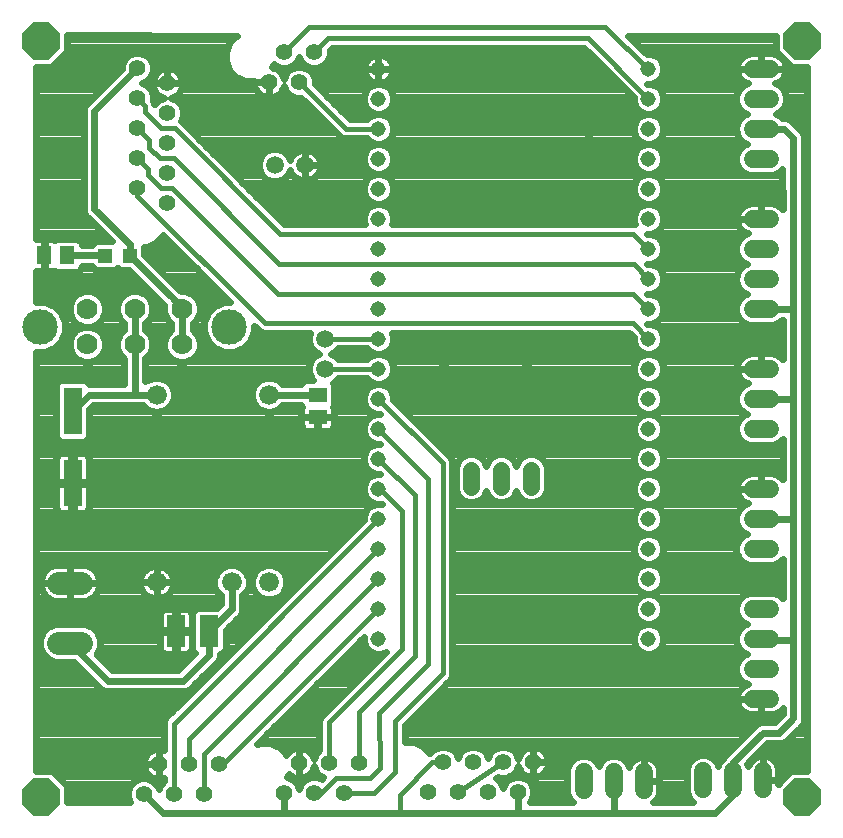
<source format=gtl>
G75*
G70*
%OFA0B0*%
%FSLAX24Y24*%
%IPPOS*%
%LPD*%
%AMOC8*
5,1,8,0,0,1.08239X$1,22.5*
%
%ADD10C,0.0515*%
%ADD11C,0.0660*%
%ADD12R,0.0630X0.0512*%
%ADD13R,0.0630X0.1063*%
%ADD14R,0.0630X0.1575*%
%ADD15C,0.0768*%
%ADD16C,0.0594*%
%ADD17R,0.0472X0.0472*%
%ADD18R,0.0512X0.0630*%
%ADD19C,0.0560*%
%ADD20C,0.0560*%
%ADD21C,0.0700*%
%ADD22C,0.1181*%
%ADD23C,0.0591*%
%ADD24C,0.0160*%
%ADD25C,0.0240*%
%ADD26C,0.0396*%
%ADD27OC8,0.1266*%
D10*
X019065Y011228D03*
X019065Y012228D03*
X019065Y013228D03*
X019065Y014228D03*
X019065Y015228D03*
X019065Y016228D03*
X019065Y017228D03*
X019065Y018228D03*
X019065Y019228D03*
X019065Y020228D03*
X019065Y021228D03*
X019065Y022228D03*
X019065Y023228D03*
X019065Y024228D03*
X019065Y025228D03*
X019065Y026228D03*
X019065Y027228D03*
X019065Y028228D03*
X019065Y029228D03*
X019065Y030228D03*
X028065Y030228D03*
X028065Y029228D03*
X028065Y028228D03*
X028065Y027228D03*
X028065Y026228D03*
X028065Y025228D03*
X028065Y024228D03*
X028065Y023228D03*
X028065Y022228D03*
X028065Y021228D03*
X028065Y020228D03*
X028065Y019228D03*
X028065Y018228D03*
X028065Y017228D03*
X028065Y016228D03*
X028065Y015228D03*
X028065Y014228D03*
X028065Y013228D03*
X028065Y012228D03*
X028065Y011228D03*
D11*
X015419Y013117D03*
X014167Y013117D03*
X011667Y013117D03*
X011667Y019369D03*
X015415Y019369D03*
D12*
X017034Y019365D03*
X017034Y018617D03*
D13*
X013414Y011482D03*
X012311Y011482D03*
D14*
X008868Y016425D03*
X008868Y018826D03*
D15*
X009166Y013092D02*
X008398Y013092D01*
X008398Y011092D02*
X009166Y011092D01*
D16*
X025900Y006785D02*
X025900Y006191D01*
X026900Y006191D02*
X026900Y006785D01*
X027900Y006785D02*
X027900Y006191D01*
X029880Y006214D02*
X029880Y006807D01*
X030880Y006807D02*
X030880Y006214D01*
X031880Y006214D02*
X031880Y006807D01*
X032127Y009228D02*
X031534Y009228D01*
X031534Y010228D02*
X032127Y010228D01*
X032127Y011228D02*
X031534Y011228D01*
X031534Y012228D02*
X032127Y012228D01*
X032127Y014228D02*
X031534Y014228D01*
X031534Y015228D02*
X032127Y015228D01*
X032127Y016228D02*
X031534Y016228D01*
X031534Y018228D02*
X032127Y018228D01*
X032127Y019228D02*
X031534Y019228D01*
X031534Y020228D02*
X032127Y020228D01*
X032127Y022228D02*
X031534Y022228D01*
X031534Y023228D02*
X032127Y023228D01*
X032127Y024228D02*
X031534Y024228D01*
X031534Y025228D02*
X032127Y025228D01*
X032127Y027228D02*
X031534Y027228D01*
X031534Y028228D02*
X032127Y028228D01*
X032127Y029228D02*
X031534Y029228D01*
X031534Y030228D02*
X032127Y030228D01*
D17*
X010786Y023998D03*
X009959Y023998D03*
D18*
X008680Y024006D03*
X007932Y024006D03*
D19*
X022160Y016853D02*
X022160Y016293D01*
X023160Y016293D02*
X023160Y016853D01*
X024160Y016853D02*
X024160Y016293D01*
D20*
X024213Y007118D03*
X023213Y007118D03*
X022213Y007118D03*
X021213Y007118D03*
X021713Y006118D03*
X022713Y006118D03*
X023713Y006118D03*
X020713Y006118D03*
X018416Y007090D03*
X017416Y007090D03*
X016416Y007090D03*
X016916Y006090D03*
X017916Y006090D03*
X015916Y006090D03*
X013734Y007059D03*
X012734Y007059D03*
X011734Y007059D03*
X011234Y006059D03*
X012234Y006059D03*
X013234Y006059D03*
X012030Y025745D03*
X012030Y026745D03*
X011030Y026245D03*
X011030Y027245D03*
X011030Y028245D03*
X011030Y029245D03*
X011030Y030245D03*
X012030Y029745D03*
X012030Y028745D03*
X012030Y027745D03*
X015420Y029780D03*
X016420Y029780D03*
X015920Y030780D03*
X016920Y030780D03*
D21*
X012512Y022223D03*
X012512Y021042D03*
X010937Y021042D03*
X010937Y022223D03*
X009362Y022223D03*
X009362Y021042D03*
D22*
X007787Y021632D03*
X014087Y021632D03*
D23*
X017283Y021224D03*
X017283Y020224D03*
X016602Y027019D03*
X015602Y027019D03*
D24*
X015770Y024737D02*
X012268Y028239D01*
X011824Y028239D01*
X011281Y028782D01*
X011281Y028995D01*
X011030Y029245D01*
X011030Y028245D02*
X011432Y027843D01*
X011432Y027588D01*
X011774Y027246D01*
X012235Y027246D01*
X015754Y023727D01*
X027567Y023727D01*
X028065Y023228D01*
X027560Y022733D02*
X015705Y022733D01*
X012194Y026244D01*
X011811Y026244D01*
X011372Y026684D01*
X011372Y026904D01*
X011030Y027245D01*
X011030Y026245D02*
X011030Y025996D01*
X015285Y021742D01*
X027551Y021742D01*
X028065Y021228D01*
X028065Y022228D02*
X027560Y022733D01*
X028065Y024228D02*
X027556Y024737D01*
X015770Y024737D01*
X017287Y021228D02*
X017283Y021224D01*
X017287Y021228D02*
X019065Y021228D01*
X019065Y020228D02*
X019061Y020224D01*
X017283Y020224D01*
X019065Y019228D02*
X021213Y017080D01*
X021213Y010072D01*
X019620Y008479D01*
X019620Y006780D01*
X018930Y006090D01*
X017916Y006090D01*
X017648Y006578D02*
X018771Y006578D01*
X019105Y006912D01*
X019099Y008759D01*
X020718Y010379D01*
X020726Y016565D01*
X020726Y016567D01*
X019065Y018228D01*
X019065Y017228D02*
X020271Y016023D01*
X020271Y010656D01*
X018416Y008802D01*
X018416Y007090D01*
X017648Y006578D02*
X017160Y006090D01*
X016916Y006090D01*
X017416Y007090D02*
X017416Y008446D01*
X019843Y010874D01*
X019843Y015499D01*
X019114Y016228D01*
X019065Y016228D01*
X019065Y015228D02*
X012234Y008397D01*
X012234Y006059D01*
X013234Y006059D02*
X013234Y007397D01*
X019065Y013228D01*
X019065Y014228D02*
X012734Y007897D01*
X012734Y007059D01*
X013734Y007059D02*
X013896Y007059D01*
X019065Y012228D01*
X020863Y007118D02*
X019781Y006035D01*
X019781Y005487D01*
X019715Y005421D01*
X020863Y007118D02*
X021213Y007118D01*
X021713Y006118D02*
X023213Y007118D01*
X019065Y028228D02*
X017973Y028228D01*
X016420Y029780D01*
X015920Y030780D02*
X016762Y031626D01*
X026616Y031626D01*
X028065Y030228D01*
X028065Y029228D02*
X026047Y031246D01*
X017386Y031246D01*
X016920Y030780D01*
D25*
X016420Y030634D02*
X016481Y030487D01*
X016627Y030341D01*
X016817Y030262D01*
X017023Y030262D01*
X017214Y030341D01*
X017360Y030487D01*
X017438Y030677D01*
X017438Y030849D01*
X017518Y030928D01*
X025915Y030928D01*
X027570Y029274D01*
X027570Y029129D01*
X027645Y028947D01*
X027785Y028808D01*
X027967Y028732D01*
X028164Y028732D01*
X028346Y028808D01*
X028486Y028947D01*
X028561Y029129D01*
X028561Y029327D01*
X028486Y029509D01*
X028346Y029648D01*
X028164Y029724D01*
X028020Y029724D01*
X028011Y029732D01*
X028164Y029732D01*
X028346Y029808D01*
X028486Y029947D01*
X028561Y030129D01*
X028561Y030327D01*
X028486Y030509D01*
X028346Y030648D01*
X028164Y030724D01*
X028010Y030724D01*
X027379Y031333D01*
X032312Y031331D01*
X032312Y030806D01*
X032823Y030296D01*
X033343Y030296D01*
X033342Y006809D01*
X032825Y006809D01*
X032397Y006381D01*
X032397Y006510D01*
X031880Y006510D01*
X031880Y006510D01*
X031880Y007324D01*
X031840Y007324D01*
X031759Y007311D01*
X031682Y007286D01*
X031609Y007249D01*
X031544Y007202D01*
X031486Y007144D01*
X031438Y007078D01*
X031401Y007006D01*
X031391Y006973D01*
X031351Y007069D01*
X032021Y007739D01*
X032496Y007739D01*
X032628Y007793D01*
X033102Y008268D01*
X033203Y008368D01*
X033257Y008500D01*
X033257Y022073D01*
X033258Y022073D01*
X033257Y022144D01*
X033257Y022215D01*
X033246Y027925D01*
X033246Y027996D01*
X033245Y027996D01*
X033245Y027996D01*
X033218Y028062D01*
X033191Y028127D01*
X033191Y028128D01*
X033140Y028178D01*
X032888Y028431D01*
X032787Y028532D01*
X032655Y028586D01*
X032526Y028586D01*
X032430Y028681D01*
X032318Y028728D01*
X032430Y028774D01*
X032581Y028925D01*
X032662Y029122D01*
X032662Y029334D01*
X032581Y029531D01*
X032430Y029681D01*
X032293Y029738D01*
X032326Y029749D01*
X032398Y029786D01*
X032464Y029834D01*
X032521Y029891D01*
X032569Y029957D01*
X032606Y030030D01*
X032631Y030107D01*
X032644Y030187D01*
X032644Y030228D01*
X032644Y030269D01*
X032631Y030349D01*
X032606Y030426D01*
X032569Y030499D01*
X032521Y030565D01*
X032464Y030622D01*
X032398Y030670D01*
X032326Y030707D01*
X032248Y030732D01*
X032168Y030745D01*
X031830Y030745D01*
X031493Y030745D01*
X031413Y030732D01*
X031335Y030707D01*
X031263Y030670D01*
X031197Y030622D01*
X031139Y030565D01*
X031091Y030499D01*
X031055Y030426D01*
X031029Y030349D01*
X031017Y030269D01*
X031017Y030228D01*
X031830Y030228D01*
X031830Y030228D01*
X031017Y030228D01*
X031017Y030187D01*
X031029Y030107D01*
X031055Y030030D01*
X031091Y029957D01*
X031139Y029891D01*
X031197Y029834D01*
X031263Y029786D01*
X031335Y029749D01*
X031368Y029738D01*
X031230Y029681D01*
X031080Y029531D01*
X030999Y029334D01*
X030999Y029122D01*
X031080Y028925D01*
X031230Y028774D01*
X031343Y028728D01*
X031230Y028681D01*
X031080Y028531D01*
X030999Y028334D01*
X030999Y028122D01*
X031080Y027925D01*
X031230Y027774D01*
X031343Y027728D01*
X031230Y027681D01*
X031080Y027531D01*
X030999Y027334D01*
X030999Y027122D01*
X031080Y026925D01*
X031230Y026774D01*
X031427Y026693D01*
X032234Y026693D01*
X032430Y026774D01*
X032531Y026876D01*
X032534Y025547D01*
X032521Y025565D01*
X032464Y025622D01*
X032398Y025670D01*
X032326Y025707D01*
X032248Y025732D01*
X032168Y025745D01*
X031830Y025745D01*
X031493Y025745D01*
X031413Y025732D01*
X031335Y025707D01*
X031263Y025670D01*
X031197Y025622D01*
X031139Y025565D01*
X031091Y025499D01*
X031055Y025426D01*
X031029Y025349D01*
X031017Y025269D01*
X031017Y025228D01*
X031830Y025228D01*
X031830Y025228D01*
X031017Y025228D01*
X031017Y025187D01*
X031029Y025107D01*
X031055Y025030D01*
X031091Y024957D01*
X031139Y024891D01*
X031197Y024834D01*
X031263Y024786D01*
X031335Y024749D01*
X031368Y024738D01*
X031230Y024681D01*
X031080Y024531D01*
X030999Y024334D01*
X030999Y024122D01*
X031080Y023925D01*
X031230Y023774D01*
X031343Y023728D01*
X031230Y023681D01*
X031080Y023531D01*
X030999Y023334D01*
X030999Y023122D01*
X031080Y022925D01*
X031230Y022774D01*
X031343Y022728D01*
X031230Y022681D01*
X031080Y022531D01*
X030999Y022334D01*
X030999Y022122D01*
X031080Y021925D01*
X031230Y021774D01*
X031427Y021693D01*
X032234Y021693D01*
X032430Y021774D01*
X032526Y021870D01*
X032541Y021870D01*
X032541Y020538D01*
X032521Y020565D01*
X032464Y020622D01*
X032398Y020670D01*
X032326Y020707D01*
X032248Y020732D01*
X032168Y020745D01*
X031830Y020745D01*
X031493Y020745D01*
X031413Y020732D01*
X031335Y020707D01*
X031263Y020670D01*
X031197Y020622D01*
X031139Y020565D01*
X031091Y020499D01*
X031055Y020426D01*
X031029Y020349D01*
X031017Y020269D01*
X031017Y020228D01*
X031830Y020228D01*
X031830Y020228D01*
X031017Y020228D01*
X031017Y020187D01*
X031029Y020107D01*
X031055Y020030D01*
X031091Y019957D01*
X031139Y019891D01*
X031197Y019834D01*
X031263Y019786D01*
X031335Y019749D01*
X031368Y019738D01*
X031230Y019681D01*
X031080Y019531D01*
X030999Y019334D01*
X030999Y019122D01*
X031080Y018925D01*
X031230Y018774D01*
X031343Y018728D01*
X031230Y018681D01*
X031080Y018531D01*
X030999Y018334D01*
X030999Y018122D01*
X031080Y017925D01*
X031230Y017774D01*
X031427Y017693D01*
X032234Y017693D01*
X032430Y017774D01*
X032541Y017885D01*
X032541Y016538D01*
X032521Y016565D01*
X032464Y016622D01*
X032398Y016670D01*
X032326Y016707D01*
X032248Y016732D01*
X032168Y016745D01*
X031830Y016745D01*
X031493Y016745D01*
X031413Y016732D01*
X031335Y016707D01*
X031263Y016670D01*
X031197Y016622D01*
X031139Y016565D01*
X031091Y016499D01*
X031055Y016426D01*
X031029Y016349D01*
X031017Y016269D01*
X031017Y016228D01*
X031830Y016228D01*
X031830Y016228D01*
X031017Y016228D01*
X031017Y016187D01*
X031029Y016107D01*
X031055Y016030D01*
X031091Y015957D01*
X031139Y015891D01*
X031197Y015834D01*
X031263Y015786D01*
X031335Y015749D01*
X031368Y015738D01*
X031230Y015681D01*
X031080Y015531D01*
X030999Y015334D01*
X030999Y015122D01*
X031080Y014925D01*
X031230Y014774D01*
X031343Y014728D01*
X031230Y014681D01*
X031080Y014531D01*
X030999Y014334D01*
X030999Y014122D01*
X031080Y013925D01*
X031230Y013774D01*
X031427Y013693D01*
X032234Y013693D01*
X032430Y013774D01*
X032541Y013885D01*
X032541Y012571D01*
X032430Y012681D01*
X032234Y012763D01*
X031427Y012763D01*
X031230Y012681D01*
X031080Y012531D01*
X030999Y012334D01*
X030999Y012122D01*
X031080Y011925D01*
X031230Y011774D01*
X031343Y011728D01*
X031230Y011681D01*
X031080Y011531D01*
X030999Y011334D01*
X030999Y011122D01*
X031080Y010925D01*
X031230Y010774D01*
X031343Y010728D01*
X031230Y010681D01*
X031080Y010531D01*
X030999Y010334D01*
X030999Y010122D01*
X031080Y009925D01*
X031230Y009774D01*
X031368Y009718D01*
X031335Y009707D01*
X031263Y009670D01*
X031197Y009622D01*
X031139Y009565D01*
X031091Y009499D01*
X031055Y009426D01*
X031029Y009349D01*
X031017Y009269D01*
X031017Y009228D01*
X031830Y009228D01*
X031830Y009228D01*
X031017Y009228D01*
X031017Y009187D01*
X031029Y009107D01*
X031055Y009030D01*
X031091Y008957D01*
X031139Y008891D01*
X031197Y008834D01*
X031263Y008786D01*
X031335Y008749D01*
X031413Y008724D01*
X031493Y008711D01*
X031830Y008711D01*
X031830Y009228D01*
X031830Y009228D01*
X031830Y008711D01*
X032168Y008711D01*
X032248Y008724D01*
X032326Y008749D01*
X032398Y008786D01*
X032464Y008834D01*
X032521Y008891D01*
X032541Y008918D01*
X032541Y008720D01*
X032277Y008455D01*
X031801Y008455D01*
X031670Y008400D01*
X031569Y008300D01*
X030577Y007308D01*
X030543Y007227D01*
X030427Y007110D01*
X030380Y006998D01*
X030334Y007110D01*
X030183Y007261D01*
X029987Y007342D01*
X029774Y007342D01*
X029577Y007261D01*
X029427Y007110D01*
X029345Y006914D01*
X029345Y006107D01*
X029427Y005911D01*
X029554Y005783D01*
X028220Y005785D01*
X028237Y005797D01*
X028295Y005854D01*
X028342Y005920D01*
X028379Y005993D01*
X028405Y006070D01*
X028417Y006150D01*
X028417Y006488D01*
X028417Y006825D01*
X028405Y006906D01*
X028379Y006983D01*
X028342Y007056D01*
X028295Y007122D01*
X028237Y007179D01*
X028171Y007227D01*
X028099Y007264D01*
X028021Y007289D01*
X027941Y007302D01*
X027900Y007302D01*
X027860Y007302D01*
X027779Y007289D01*
X027702Y007264D01*
X027629Y007227D01*
X027564Y007179D01*
X027506Y007122D01*
X027458Y007056D01*
X027421Y006983D01*
X027411Y006951D01*
X027354Y007088D01*
X027203Y007238D01*
X027007Y007320D01*
X026794Y007320D01*
X026597Y007238D01*
X026447Y007088D01*
X026400Y006976D01*
X026354Y007088D01*
X026203Y007238D01*
X026007Y007320D01*
X025794Y007320D01*
X025597Y007238D01*
X025447Y007088D01*
X025365Y006891D01*
X025365Y006085D01*
X025447Y005888D01*
X025548Y005787D01*
X024116Y005789D01*
X024152Y005824D01*
X024231Y006015D01*
X024231Y006221D01*
X024152Y006411D01*
X024006Y006557D01*
X023816Y006636D01*
X023610Y006636D01*
X023419Y006557D01*
X023274Y006411D01*
X023213Y006265D01*
X023152Y006411D01*
X023006Y006557D01*
X022969Y006573D01*
X023048Y006626D01*
X023110Y006600D01*
X023316Y006600D01*
X023506Y006679D01*
X023652Y006824D01*
X023725Y007001D01*
X023725Y007001D01*
X023749Y006926D01*
X023785Y006856D01*
X023831Y006792D01*
X023887Y006737D01*
X023951Y006690D01*
X024021Y006655D01*
X024096Y006630D01*
X024173Y006618D01*
X024213Y006618D01*
X024252Y006618D01*
X024330Y006630D01*
X024405Y006655D01*
X024475Y006690D01*
X024539Y006737D01*
X024594Y006792D01*
X024640Y006856D01*
X024676Y006926D01*
X024700Y007001D01*
X024713Y007079D01*
X024713Y007118D01*
X024713Y007157D01*
X024700Y007235D01*
X024676Y007310D01*
X024640Y007380D01*
X024594Y007444D01*
X024539Y007499D01*
X024475Y007546D01*
X024405Y007581D01*
X024330Y007606D01*
X024252Y007618D01*
X024213Y007618D01*
X024213Y007118D01*
X024713Y007118D01*
X024213Y007118D01*
X024213Y007118D01*
X024213Y007118D01*
X024213Y006618D01*
X024213Y007118D01*
X024213Y007118D01*
X024213Y007618D01*
X024173Y007618D01*
X024096Y007606D01*
X024021Y007581D01*
X023951Y007546D01*
X023887Y007499D01*
X023831Y007444D01*
X023785Y007380D01*
X023749Y007310D01*
X023725Y007235D01*
X023652Y007411D01*
X023506Y007557D01*
X023316Y007636D01*
X023110Y007636D01*
X022919Y007557D01*
X022774Y007411D01*
X022713Y007265D01*
X022652Y007411D01*
X022506Y007557D01*
X022316Y007636D01*
X022110Y007636D01*
X021919Y007557D01*
X021774Y007411D01*
X021713Y007265D01*
X021652Y007411D01*
X021506Y007557D01*
X021316Y007636D01*
X021110Y007636D01*
X020919Y007557D01*
X020797Y007435D01*
X020771Y007424D01*
X020766Y007436D01*
X020537Y007665D01*
X020237Y007790D01*
X019938Y007790D01*
X019938Y008347D01*
X021393Y009803D01*
X021483Y009892D01*
X021531Y010009D01*
X021531Y017144D01*
X021483Y017260D01*
X019561Y019182D01*
X019561Y019327D01*
X019486Y019509D01*
X019346Y019648D01*
X019164Y019724D01*
X018967Y019724D01*
X018785Y019648D01*
X018645Y019509D01*
X018570Y019327D01*
X018570Y019129D01*
X018645Y018947D01*
X018785Y018808D01*
X018967Y018732D01*
X019111Y018732D01*
X019120Y018724D01*
X018967Y018724D01*
X018785Y018648D01*
X018645Y018509D01*
X018570Y018327D01*
X018570Y018129D01*
X018645Y017947D01*
X018785Y017808D01*
X018967Y017732D01*
X019111Y017732D01*
X019120Y017724D01*
X018967Y017724D01*
X018785Y017648D01*
X018645Y017509D01*
X018570Y017327D01*
X018570Y017129D01*
X018645Y016947D01*
X018785Y016808D01*
X018967Y016732D01*
X019111Y016732D01*
X019120Y016724D01*
X018967Y016724D01*
X018785Y016648D01*
X018645Y016509D01*
X018570Y016327D01*
X018570Y016129D01*
X018645Y015947D01*
X018785Y015808D01*
X018967Y015732D01*
X019160Y015732D01*
X019172Y015720D01*
X019164Y015724D01*
X018967Y015724D01*
X018785Y015648D01*
X018645Y015509D01*
X018570Y015327D01*
X018570Y015182D01*
X011964Y008577D01*
X011916Y008460D01*
X011916Y007525D01*
X011851Y007546D01*
X011773Y007559D01*
X011734Y007559D01*
X011695Y007559D01*
X011617Y007546D01*
X011542Y007522D01*
X011472Y007486D01*
X011408Y007440D01*
X011353Y007384D01*
X011306Y007321D01*
X011271Y007251D01*
X011246Y007176D01*
X011234Y007098D01*
X011234Y007059D01*
X011734Y007059D01*
X011734Y007559D01*
X011734Y007059D01*
X011734Y007059D01*
X011734Y007059D01*
X011234Y007059D01*
X011234Y007019D01*
X011246Y006942D01*
X011271Y006867D01*
X011306Y006797D01*
X011353Y006733D01*
X011408Y006677D01*
X011472Y006631D01*
X011542Y006595D01*
X011617Y006571D01*
X011695Y006559D01*
X011734Y006559D01*
X011734Y007059D01*
X011734Y007059D01*
X011734Y006559D01*
X011773Y006559D01*
X011851Y006571D01*
X011916Y006592D01*
X011916Y006473D01*
X011795Y006352D01*
X011734Y006205D01*
X011673Y006352D01*
X011528Y006498D01*
X011337Y006577D01*
X011131Y006577D01*
X010941Y006498D01*
X010795Y006352D01*
X010716Y006162D01*
X010716Y005956D01*
X010780Y005802D01*
X008692Y005804D01*
X008692Y006321D01*
X008181Y006832D01*
X007666Y006832D01*
X007658Y020804D01*
X007952Y020804D01*
X008257Y020930D01*
X008490Y021163D01*
X008616Y021467D01*
X008616Y021797D01*
X008490Y022102D01*
X008257Y022335D01*
X007952Y022461D01*
X007657Y022461D01*
X007656Y023471D01*
X007924Y023471D01*
X007924Y023998D01*
X007940Y023998D01*
X007940Y023471D01*
X008217Y023471D01*
X008273Y023486D01*
X008285Y023493D01*
X008325Y023453D01*
X009034Y023453D01*
X009174Y023592D01*
X009174Y023648D01*
X009500Y023648D01*
X009624Y023523D01*
X010294Y023523D01*
X010373Y023602D01*
X010451Y023523D01*
X010754Y023523D01*
X011928Y022349D01*
X011924Y022340D01*
X011924Y022106D01*
X012013Y021890D01*
X012154Y021749D01*
X012154Y021515D01*
X012013Y021375D01*
X011924Y021159D01*
X011924Y020925D01*
X012013Y020709D01*
X012179Y020543D01*
X012395Y020454D01*
X012629Y020454D01*
X012845Y020543D01*
X013010Y020709D01*
X013100Y020925D01*
X013100Y021159D01*
X013010Y021375D01*
X012870Y021515D01*
X012870Y021749D01*
X013010Y021890D01*
X013100Y022106D01*
X013100Y022340D01*
X013010Y022556D01*
X012845Y022721D01*
X012629Y022811D01*
X012479Y022811D01*
X012471Y022819D01*
X012434Y022863D01*
X012421Y022869D01*
X011260Y024030D01*
X011260Y024292D01*
X011336Y024292D01*
X011636Y024416D01*
X011865Y024646D01*
X011885Y024692D01*
X014116Y022461D01*
X013922Y022461D01*
X013617Y022335D01*
X013384Y022102D01*
X013258Y021797D01*
X013258Y021467D01*
X013384Y021163D01*
X013617Y020930D01*
X013922Y020804D01*
X014252Y020804D01*
X014556Y020930D01*
X014789Y021163D01*
X014915Y021467D01*
X014915Y021662D01*
X015105Y021472D01*
X015221Y021424D01*
X016789Y021424D01*
X016750Y021330D01*
X016750Y021118D01*
X016831Y020922D01*
X016981Y020772D01*
X017096Y020724D01*
X016981Y020676D01*
X016831Y020526D01*
X016750Y020330D01*
X016750Y020118D01*
X016831Y019922D01*
X016894Y019859D01*
X016620Y019859D01*
X016489Y019727D01*
X015860Y019727D01*
X015737Y019851D01*
X015528Y019937D01*
X015302Y019937D01*
X015093Y019851D01*
X014933Y019691D01*
X014847Y019482D01*
X014847Y019256D01*
X014933Y019047D01*
X015093Y018888D01*
X015302Y018801D01*
X015528Y018801D01*
X015737Y018888D01*
X015860Y019011D01*
X016481Y019011D01*
X016481Y019011D01*
X016521Y018970D01*
X016514Y018958D01*
X016499Y018902D01*
X016499Y018625D01*
X017026Y018625D01*
X017026Y018609D01*
X017042Y018609D01*
X017042Y018141D01*
X017378Y018141D01*
X017434Y018156D01*
X017484Y018185D01*
X017525Y018226D01*
X017554Y018276D01*
X017569Y018332D01*
X017569Y018609D01*
X017042Y018609D01*
X017042Y018625D01*
X017569Y018625D01*
X017569Y018902D01*
X017554Y018958D01*
X017547Y018970D01*
X017587Y019011D01*
X017587Y019720D01*
X017550Y019757D01*
X017585Y019772D01*
X017719Y019906D01*
X018687Y019906D01*
X018785Y019808D01*
X018967Y019732D01*
X019164Y019732D01*
X019346Y019808D01*
X019486Y019947D01*
X019561Y020129D01*
X019561Y020327D01*
X019486Y020509D01*
X019346Y020648D01*
X019164Y020724D01*
X018967Y020724D01*
X018785Y020648D01*
X018679Y020542D01*
X017719Y020542D01*
X017585Y020676D01*
X017470Y020724D01*
X017585Y020772D01*
X017723Y020910D01*
X018683Y020910D01*
X018785Y020808D01*
X018967Y020732D01*
X019164Y020732D01*
X019346Y020808D01*
X019486Y020947D01*
X019561Y021129D01*
X019561Y021327D01*
X019521Y021424D01*
X027419Y021424D01*
X027570Y021274D01*
X027570Y021129D01*
X027645Y020947D01*
X027785Y020808D01*
X027967Y020732D01*
X028164Y020732D01*
X028346Y020808D01*
X028486Y020947D01*
X028561Y021129D01*
X028561Y021327D01*
X028486Y021509D01*
X028346Y021648D01*
X028164Y021724D01*
X028020Y021724D01*
X028011Y021732D01*
X028164Y021732D01*
X028346Y021808D01*
X028486Y021947D01*
X028561Y022129D01*
X028561Y022327D01*
X028486Y022509D01*
X028346Y022648D01*
X028164Y022724D01*
X028020Y022724D01*
X028011Y022732D01*
X028164Y022732D01*
X028346Y022808D01*
X028486Y022947D01*
X028561Y023129D01*
X028561Y023327D01*
X028486Y023509D01*
X028346Y023648D01*
X028164Y023724D01*
X028020Y023724D01*
X028011Y023732D01*
X028164Y023732D01*
X028346Y023808D01*
X028486Y023947D01*
X028561Y024129D01*
X028561Y024327D01*
X028486Y024509D01*
X028346Y024648D01*
X028164Y024724D01*
X028020Y024724D01*
X028011Y024732D01*
X028164Y024732D01*
X028346Y024808D01*
X028486Y024947D01*
X028561Y025129D01*
X028561Y025327D01*
X028486Y025509D01*
X028346Y025648D01*
X028164Y025724D01*
X027967Y025724D01*
X027785Y025648D01*
X027645Y025509D01*
X027570Y025327D01*
X027570Y025129D01*
X027601Y025055D01*
X019530Y025055D01*
X019561Y025129D01*
X019561Y025327D01*
X019486Y025509D01*
X019346Y025648D01*
X019164Y025724D01*
X018967Y025724D01*
X018785Y025648D01*
X018645Y025509D01*
X018570Y025327D01*
X018570Y025129D01*
X018601Y025055D01*
X015902Y025055D01*
X012538Y028419D01*
X012480Y028477D01*
X012548Y028642D01*
X012548Y028849D01*
X012470Y029039D01*
X012324Y029185D01*
X012147Y029258D01*
X012147Y029258D01*
X012222Y029282D01*
X012292Y029318D01*
X012356Y029364D01*
X012412Y029420D01*
X012458Y029483D01*
X012494Y029554D01*
X012518Y029628D01*
X012530Y029706D01*
X012530Y029745D01*
X012030Y029745D01*
X011530Y029745D01*
X011530Y029706D01*
X011543Y029628D01*
X011567Y029554D01*
X011603Y029483D01*
X011649Y029420D01*
X011705Y029364D01*
X011768Y029318D01*
X011838Y029282D01*
X011913Y029258D01*
X011913Y029258D01*
X011737Y029185D01*
X011599Y029047D01*
X011599Y029058D01*
X011551Y029175D01*
X011548Y029177D01*
X011548Y029349D01*
X011470Y029539D01*
X011324Y029685D01*
X011177Y029745D01*
X011324Y029806D01*
X011470Y029952D01*
X011548Y030142D01*
X011548Y030349D01*
X011470Y030539D01*
X011324Y030685D01*
X011133Y030764D01*
X010927Y030764D01*
X010737Y030685D01*
X010591Y030539D01*
X010512Y030349D01*
X010512Y030234D01*
X009295Y029017D01*
X009241Y028885D01*
X009241Y025488D01*
X009295Y025357D01*
X009396Y025256D01*
X010180Y024472D01*
X009624Y024472D01*
X009516Y024364D01*
X009174Y024364D01*
X009174Y024419D01*
X009034Y024559D01*
X008325Y024559D01*
X008285Y024519D01*
X008273Y024526D01*
X008217Y024541D01*
X007940Y024541D01*
X007940Y024014D01*
X007924Y024014D01*
X007924Y024541D01*
X007655Y024541D01*
X007652Y030293D01*
X008165Y030293D01*
X008676Y030804D01*
X008676Y031338D01*
X014341Y031336D01*
X014321Y031328D01*
X014091Y031099D01*
X013967Y030799D01*
X013967Y030475D01*
X014091Y030175D01*
X014321Y029946D01*
X014620Y029821D01*
X014921Y029821D01*
X014920Y029820D01*
X014920Y029780D01*
X014920Y029741D01*
X014933Y029663D01*
X014957Y029589D01*
X014993Y029518D01*
X015039Y029455D01*
X015095Y029399D01*
X015158Y029353D01*
X015228Y029317D01*
X015303Y029293D01*
X015381Y029280D01*
X015420Y029280D01*
X015420Y029780D01*
X015420Y029780D01*
X014920Y029780D01*
X015420Y029780D01*
X015420Y029780D01*
X015420Y029280D01*
X015460Y029280D01*
X015537Y029293D01*
X015612Y029317D01*
X015682Y029353D01*
X015746Y029399D01*
X015802Y029455D01*
X015848Y029518D01*
X015884Y029589D01*
X015908Y029663D01*
X015908Y029663D01*
X015981Y029487D01*
X016127Y029341D01*
X016317Y029262D01*
X016489Y029262D01*
X017703Y028048D01*
X017793Y027958D01*
X017910Y027910D01*
X018683Y027910D01*
X018785Y027808D01*
X018967Y027732D01*
X019164Y027732D01*
X019346Y027808D01*
X019486Y027947D01*
X019561Y028129D01*
X019561Y028327D01*
X019486Y028509D01*
X019346Y028648D01*
X019164Y028724D01*
X018967Y028724D01*
X018785Y028648D01*
X018683Y028546D01*
X018105Y028546D01*
X016938Y029712D01*
X016938Y029884D01*
X016860Y030074D01*
X016714Y030220D01*
X016523Y030299D01*
X016317Y030299D01*
X016127Y030220D01*
X015981Y030074D01*
X015908Y029898D01*
X015884Y029972D01*
X015848Y030043D01*
X015802Y030106D01*
X015746Y030162D01*
X015682Y030208D01*
X015612Y030244D01*
X015537Y030268D01*
X015514Y030272D01*
X015567Y030401D01*
X015627Y030341D01*
X015817Y030262D01*
X016023Y030262D01*
X016214Y030341D01*
X016360Y030487D01*
X016420Y030634D01*
X016362Y030492D02*
X016479Y030492D01*
X016633Y030253D02*
X018588Y030253D01*
X018588Y030266D02*
X018588Y030228D01*
X019065Y030228D01*
X019065Y030228D01*
X018588Y030228D01*
X018588Y030190D01*
X018600Y030116D01*
X018623Y030045D01*
X018657Y029978D01*
X018701Y029917D01*
X018754Y029864D01*
X018815Y029820D01*
X018882Y029785D01*
X018954Y029762D01*
X019028Y029750D01*
X019065Y029750D01*
X019065Y030228D01*
X019065Y030705D01*
X019028Y030705D01*
X018954Y030694D01*
X018882Y030670D01*
X018815Y030636D01*
X018754Y030592D01*
X018701Y030539D01*
X018657Y030478D01*
X018623Y030411D01*
X018600Y030340D01*
X018588Y030266D01*
X018667Y030492D02*
X017362Y030492D01*
X017438Y030730D02*
X026113Y030730D01*
X026352Y030492D02*
X019464Y030492D01*
X019474Y030478D02*
X019430Y030539D01*
X019376Y030592D01*
X019316Y030636D01*
X019249Y030670D01*
X019177Y030694D01*
X019103Y030705D01*
X019065Y030705D01*
X019065Y030228D01*
X019065Y030228D01*
X019065Y030228D01*
X019065Y029750D01*
X019103Y029750D01*
X019177Y029762D01*
X019249Y029785D01*
X019316Y029820D01*
X019376Y029864D01*
X019430Y029917D01*
X019474Y029978D01*
X019508Y030045D01*
X019531Y030116D01*
X019543Y030190D01*
X019543Y030228D01*
X019543Y030266D01*
X019531Y030340D01*
X019508Y030411D01*
X019474Y030478D01*
X019543Y030253D02*
X026590Y030253D01*
X026829Y030015D02*
X019493Y030015D01*
X019543Y030228D02*
X019065Y030228D01*
X019543Y030228D01*
X019220Y029776D02*
X027067Y029776D01*
X027306Y029538D02*
X019456Y029538D01*
X019486Y029509D02*
X019346Y029648D01*
X019164Y029724D01*
X018967Y029724D01*
X018785Y029648D01*
X018645Y029509D01*
X018570Y029327D01*
X018570Y029129D01*
X018645Y028947D01*
X018785Y028808D01*
X018967Y028732D01*
X019164Y028732D01*
X019346Y028808D01*
X019486Y028947D01*
X019561Y029129D01*
X019561Y029327D01*
X019486Y029509D01*
X019561Y029299D02*
X027544Y029299D01*
X027598Y029061D02*
X019533Y029061D01*
X019361Y028822D02*
X027770Y028822D01*
X027785Y028648D02*
X027967Y028724D01*
X028164Y028724D01*
X028346Y028648D01*
X028486Y028509D01*
X028561Y028327D01*
X028561Y028129D01*
X028486Y027947D01*
X028346Y027808D01*
X028164Y027732D01*
X027967Y027732D01*
X027785Y027808D01*
X027645Y027947D01*
X027570Y028129D01*
X027570Y028327D01*
X027645Y028509D01*
X027785Y028648D01*
X027720Y028584D02*
X019410Y028584D01*
X019553Y028345D02*
X027578Y028345D01*
X027579Y028107D02*
X019552Y028107D01*
X019407Y027868D02*
X027724Y027868D01*
X027785Y027648D02*
X027967Y027724D01*
X028164Y027724D01*
X028346Y027648D01*
X028486Y027509D01*
X028561Y027327D01*
X028561Y027129D01*
X028486Y026947D01*
X028346Y026808D01*
X028164Y026732D01*
X027967Y026732D01*
X027785Y026808D01*
X027645Y026947D01*
X027570Y027129D01*
X027570Y027327D01*
X027645Y027509D01*
X027785Y027648D01*
X027766Y027630D02*
X019364Y027630D01*
X019346Y027648D02*
X019164Y027724D01*
X018967Y027724D01*
X018785Y027648D01*
X018645Y027509D01*
X018570Y027327D01*
X018570Y027129D01*
X018645Y026947D01*
X018785Y026808D01*
X018967Y026732D01*
X019164Y026732D01*
X019346Y026808D01*
X019486Y026947D01*
X019561Y027129D01*
X019561Y027327D01*
X019486Y027509D01*
X019346Y027648D01*
X019534Y027391D02*
X027597Y027391D01*
X027570Y027153D02*
X019561Y027153D01*
X019453Y026914D02*
X027678Y026914D01*
X027785Y026648D02*
X027645Y026509D01*
X027570Y026327D01*
X027570Y026129D01*
X027645Y025947D01*
X027785Y025808D01*
X027967Y025732D01*
X028164Y025732D01*
X028346Y025808D01*
X028486Y025947D01*
X028561Y026129D01*
X028561Y026327D01*
X028486Y026509D01*
X028346Y026648D01*
X028164Y026724D01*
X027967Y026724D01*
X027785Y026648D01*
X027851Y026676D02*
X019279Y026676D01*
X019346Y026648D02*
X019164Y026724D01*
X018967Y026724D01*
X018785Y026648D01*
X018645Y026509D01*
X018570Y026327D01*
X018570Y026129D01*
X018645Y025947D01*
X018785Y025808D01*
X018967Y025732D01*
X019164Y025732D01*
X019346Y025808D01*
X019486Y025947D01*
X019561Y026129D01*
X019561Y026327D01*
X019486Y026509D01*
X019346Y026648D01*
X019515Y026437D02*
X027616Y026437D01*
X027570Y026199D02*
X019561Y026199D01*
X019491Y025960D02*
X027640Y025960D01*
X027963Y025722D02*
X019168Y025722D01*
X018963Y025722D02*
X015235Y025722D01*
X014997Y025960D02*
X018640Y025960D01*
X018570Y026199D02*
X014758Y026199D01*
X014520Y026437D02*
X018616Y026437D01*
X018851Y026676D02*
X016987Y026676D01*
X016995Y026684D02*
X017043Y026749D01*
X017080Y026821D01*
X017105Y026899D01*
X017117Y026979D01*
X017117Y027019D01*
X016602Y027019D01*
X016602Y027019D01*
X016602Y026504D01*
X016561Y026504D01*
X016481Y026517D01*
X016404Y026542D01*
X016332Y026579D01*
X016266Y026626D01*
X016209Y026684D01*
X016161Y026749D01*
X016125Y026821D01*
X016113Y026858D01*
X016054Y026717D01*
X015904Y026567D01*
X015708Y026486D01*
X015496Y026486D01*
X015300Y026567D01*
X015150Y026717D01*
X015069Y026913D01*
X015069Y027125D01*
X015150Y027321D01*
X015300Y027471D01*
X015496Y027553D01*
X015708Y027553D01*
X015904Y027471D01*
X016054Y027321D01*
X016113Y027180D01*
X016125Y027217D01*
X016161Y027289D01*
X016209Y027355D01*
X016266Y027412D01*
X016332Y027460D01*
X016404Y027497D01*
X016481Y027522D01*
X016561Y027535D01*
X016602Y027535D01*
X016602Y027019D01*
X016602Y026504D01*
X016643Y026504D01*
X016723Y026517D01*
X016800Y026542D01*
X016872Y026579D01*
X016938Y026626D01*
X016995Y026684D01*
X017107Y026914D02*
X018678Y026914D01*
X018570Y027153D02*
X017100Y027153D01*
X017105Y027140D02*
X017080Y027217D01*
X017043Y027289D01*
X016995Y027355D01*
X016938Y027412D01*
X016872Y027460D01*
X016800Y027497D01*
X016723Y027522D01*
X016643Y027535D01*
X016602Y027535D01*
X016602Y027019D01*
X016602Y027019D01*
X017117Y027019D01*
X017117Y027060D01*
X017105Y027140D01*
X016959Y027391D02*
X018597Y027391D01*
X018766Y027630D02*
X013327Y027630D01*
X013089Y027868D02*
X018724Y027868D01*
X018720Y028584D02*
X018067Y028584D01*
X017828Y028822D02*
X018770Y028822D01*
X018598Y029061D02*
X017590Y029061D01*
X017351Y029299D02*
X018570Y029299D01*
X018674Y029538D02*
X017113Y029538D01*
X016938Y029776D02*
X018910Y029776D01*
X019065Y029776D02*
X019065Y029776D01*
X019065Y030015D02*
X019065Y030015D01*
X019065Y030228D02*
X019065Y030228D01*
X019065Y030253D02*
X019065Y030253D01*
X019065Y030492D02*
X019065Y030492D01*
X018638Y030015D02*
X016884Y030015D01*
X016208Y030253D02*
X015583Y030253D01*
X015862Y030015D02*
X015957Y030015D01*
X015908Y029898D02*
X015908Y029898D01*
X015858Y029538D02*
X015960Y029538D01*
X016228Y029299D02*
X015558Y029299D01*
X015420Y029299D02*
X015420Y029299D01*
X015283Y029299D02*
X012256Y029299D01*
X012448Y029061D02*
X016690Y029061D01*
X016929Y028822D02*
X012548Y028822D01*
X012524Y028584D02*
X017167Y028584D01*
X017406Y028345D02*
X012612Y028345D01*
X012850Y028107D02*
X017644Y028107D01*
X016602Y027391D02*
X016602Y027391D01*
X016602Y027153D02*
X016602Y027153D01*
X016602Y027019D02*
X016602Y027019D01*
X016602Y026914D02*
X016602Y026914D01*
X016602Y026676D02*
X016602Y026676D01*
X016217Y026676D02*
X016013Y026676D01*
X015984Y027391D02*
X016245Y027391D01*
X015220Y027391D02*
X013566Y027391D01*
X013804Y027153D02*
X015080Y027153D01*
X015069Y026914D02*
X014043Y026914D01*
X014281Y026676D02*
X015191Y026676D01*
X015474Y025483D02*
X018635Y025483D01*
X018570Y025245D02*
X015712Y025245D01*
X013479Y023098D02*
X012192Y023098D01*
X011953Y023337D02*
X013240Y023337D01*
X013002Y023575D02*
X011715Y023575D01*
X011476Y023814D02*
X012763Y023814D01*
X012525Y024052D02*
X011260Y024052D01*
X011260Y024291D02*
X012286Y024291D01*
X012048Y024529D02*
X011749Y024529D01*
X010786Y024372D02*
X010786Y023998D01*
X012209Y022575D01*
X012512Y022223D01*
X012512Y021042D01*
X012957Y021429D02*
X013274Y021429D01*
X013258Y021667D02*
X012870Y021667D01*
X013017Y021906D02*
X013303Y021906D01*
X013427Y022144D02*
X013100Y022144D01*
X013082Y022383D02*
X013733Y022383D01*
X013956Y022621D02*
X012945Y022621D01*
X012436Y022860D02*
X013717Y022860D01*
X014899Y021429D02*
X015210Y021429D01*
X014801Y021190D02*
X016750Y021190D01*
X016819Y020952D02*
X014578Y020952D01*
X013595Y020952D02*
X013100Y020952D01*
X013087Y021190D02*
X013373Y021190D01*
X013012Y020713D02*
X017071Y020713D01*
X016810Y020475D02*
X012680Y020475D01*
X012344Y020475D02*
X011299Y020475D01*
X011299Y020572D02*
X011436Y020709D01*
X011525Y020925D01*
X011525Y021159D01*
X011436Y021375D01*
X011295Y021515D01*
X011295Y021749D01*
X011436Y021890D01*
X011525Y022106D01*
X011525Y022340D01*
X011436Y022556D01*
X011270Y022721D01*
X011054Y022811D01*
X010820Y022811D01*
X010604Y022721D01*
X010439Y022556D01*
X010349Y022340D01*
X010349Y022106D01*
X010439Y021890D01*
X010579Y021749D01*
X010579Y021515D01*
X010439Y021375D01*
X010349Y021159D01*
X010349Y020925D01*
X010439Y020709D01*
X010583Y020565D01*
X010583Y019727D01*
X009406Y019727D01*
X009282Y019852D01*
X008455Y019852D01*
X008315Y019712D01*
X008315Y017940D01*
X008455Y017801D01*
X009282Y017801D01*
X009421Y017940D01*
X009421Y018873D01*
X009560Y019011D01*
X011222Y019011D01*
X011345Y018888D01*
X011554Y018801D01*
X011780Y018801D01*
X011989Y018888D01*
X012148Y019047D01*
X012235Y019256D01*
X012235Y019482D01*
X012148Y019691D01*
X011989Y019851D01*
X011780Y019937D01*
X011554Y019937D01*
X011345Y019851D01*
X011299Y019805D01*
X011299Y020572D01*
X011438Y020713D02*
X012011Y020713D01*
X011924Y020952D02*
X011525Y020952D01*
X011512Y021190D02*
X011937Y021190D01*
X012067Y021429D02*
X011382Y021429D01*
X011295Y021667D02*
X012154Y021667D01*
X012007Y021906D02*
X011442Y021906D01*
X011525Y022144D02*
X011924Y022144D01*
X011894Y022383D02*
X011507Y022383D01*
X011370Y022621D02*
X011656Y022621D01*
X011417Y022860D02*
X007656Y022860D01*
X007656Y023098D02*
X011179Y023098D01*
X010940Y023337D02*
X007656Y023337D01*
X007924Y023575D02*
X007940Y023575D01*
X007924Y023814D02*
X007940Y023814D01*
X007924Y024052D02*
X007940Y024052D01*
X007924Y024291D02*
X007940Y024291D01*
X007924Y024529D02*
X007940Y024529D01*
X008259Y024529D02*
X008296Y024529D01*
X008680Y024006D02*
X009951Y024006D01*
X009959Y023998D01*
X009572Y023575D02*
X009157Y023575D01*
X009245Y022811D02*
X009029Y022721D01*
X008864Y022556D01*
X008774Y022340D01*
X008774Y022106D01*
X008864Y021890D01*
X009029Y021724D01*
X009245Y021635D01*
X009479Y021635D01*
X009695Y021724D01*
X009861Y021890D01*
X009950Y022106D01*
X009950Y022340D01*
X009861Y022556D01*
X009695Y022721D01*
X009479Y022811D01*
X009245Y022811D01*
X008929Y022621D02*
X007656Y022621D01*
X008141Y022383D02*
X008792Y022383D01*
X008774Y022144D02*
X008447Y022144D01*
X008571Y021906D02*
X008857Y021906D01*
X008616Y021667D02*
X009167Y021667D01*
X009245Y021630D02*
X009029Y021540D01*
X008864Y021375D01*
X008774Y021159D01*
X008774Y020925D01*
X008864Y020709D01*
X009029Y020543D01*
X009245Y020454D01*
X009479Y020454D01*
X009695Y020543D01*
X009861Y020709D01*
X009950Y020925D01*
X009950Y021159D01*
X009861Y021375D01*
X009695Y021540D01*
X009479Y021630D01*
X009245Y021630D01*
X009558Y021667D02*
X010579Y021667D01*
X010492Y021429D02*
X009807Y021429D01*
X009937Y021190D02*
X010362Y021190D01*
X010349Y020952D02*
X009950Y020952D01*
X009863Y020713D02*
X010437Y020713D01*
X010583Y020475D02*
X009530Y020475D01*
X009194Y020475D02*
X007658Y020475D01*
X007658Y020713D02*
X008862Y020713D01*
X008774Y020952D02*
X008279Y020952D01*
X008501Y021190D02*
X008787Y021190D01*
X008918Y021429D02*
X008600Y021429D01*
X009868Y021906D02*
X010432Y021906D01*
X010349Y022144D02*
X009950Y022144D01*
X009933Y022383D02*
X010367Y022383D01*
X010504Y022621D02*
X009796Y022621D01*
X010346Y023575D02*
X010399Y023575D01*
X010786Y024372D02*
X009599Y025559D01*
X009599Y028814D01*
X011030Y030245D01*
X011252Y029776D02*
X011530Y029776D01*
X011530Y029785D02*
X011530Y029745D01*
X012030Y029745D01*
X012030Y029745D01*
X012030Y029745D01*
X012030Y030245D01*
X011991Y030245D01*
X011913Y030233D01*
X011838Y030209D01*
X011768Y030173D01*
X011705Y030127D01*
X011649Y030071D01*
X011603Y030008D01*
X011567Y029937D01*
X011543Y029863D01*
X011530Y029785D01*
X011496Y030015D02*
X011608Y030015D01*
X011548Y030253D02*
X014059Y030253D01*
X013967Y030492D02*
X011489Y030492D01*
X011214Y030730D02*
X013967Y030730D01*
X014038Y030969D02*
X008676Y030969D01*
X008676Y031207D02*
X014200Y031207D01*
X014252Y030015D02*
X012453Y030015D01*
X012458Y030008D02*
X012412Y030071D01*
X012356Y030127D01*
X012292Y030173D01*
X012222Y030209D01*
X012147Y030233D01*
X012070Y030245D01*
X012030Y030245D01*
X012030Y029745D01*
X012030Y029745D01*
X012530Y029745D01*
X012530Y029785D01*
X012518Y029863D01*
X012494Y029937D01*
X012458Y030008D01*
X012530Y029776D02*
X014920Y029776D01*
X014983Y029538D02*
X012486Y029538D01*
X012030Y029776D02*
X012030Y029776D01*
X012030Y030015D02*
X012030Y030015D01*
X011575Y029538D02*
X011470Y029538D01*
X011548Y029299D02*
X011805Y029299D01*
X011613Y029061D02*
X011598Y029061D01*
X010512Y030253D02*
X007652Y030253D01*
X007652Y030015D02*
X010293Y030015D01*
X010055Y029776D02*
X007652Y029776D01*
X007652Y029538D02*
X009816Y029538D01*
X009578Y029299D02*
X007652Y029299D01*
X007653Y029061D02*
X009339Y029061D01*
X009241Y028822D02*
X007653Y028822D01*
X007653Y028584D02*
X009241Y028584D01*
X009241Y028345D02*
X007653Y028345D01*
X007653Y028107D02*
X009241Y028107D01*
X009241Y027868D02*
X007653Y027868D01*
X007653Y027630D02*
X009241Y027630D01*
X009241Y027391D02*
X007654Y027391D01*
X007654Y027153D02*
X009241Y027153D01*
X009241Y026914D02*
X007654Y026914D01*
X007654Y026676D02*
X009241Y026676D01*
X009241Y026437D02*
X007654Y026437D01*
X007654Y026199D02*
X009241Y026199D01*
X009241Y025960D02*
X007654Y025960D01*
X007655Y025722D02*
X009241Y025722D01*
X009243Y025483D02*
X007655Y025483D01*
X007655Y025245D02*
X009407Y025245D01*
X009646Y025006D02*
X007655Y025006D01*
X007655Y024768D02*
X009884Y024768D01*
X010123Y024529D02*
X009064Y024529D01*
X010937Y022223D02*
X010937Y021042D01*
X010941Y021030D01*
X010941Y019369D01*
X011667Y019369D01*
X012080Y019759D02*
X015001Y019759D01*
X014863Y019521D02*
X012219Y019521D01*
X012235Y019282D02*
X014847Y019282D01*
X014937Y019044D02*
X012145Y019044D01*
X011790Y018805D02*
X015292Y018805D01*
X015538Y018805D02*
X016499Y018805D01*
X016499Y018609D02*
X016499Y018332D01*
X016514Y018276D01*
X016543Y018226D01*
X016584Y018185D01*
X016634Y018156D01*
X016690Y018141D01*
X017026Y018141D01*
X017026Y018609D01*
X016499Y018609D01*
X016499Y018567D02*
X009421Y018567D01*
X009421Y018805D02*
X011544Y018805D01*
X010941Y019369D02*
X009411Y019369D01*
X008868Y018826D01*
X008315Y018805D02*
X007659Y018805D01*
X007659Y018567D02*
X008315Y018567D01*
X008315Y018328D02*
X007659Y018328D01*
X007659Y018090D02*
X008315Y018090D01*
X008404Y017851D02*
X007659Y017851D01*
X007660Y017613D02*
X018749Y017613D01*
X018741Y017851D02*
X009333Y017851D01*
X009421Y018090D02*
X018586Y018090D01*
X018571Y018328D02*
X017568Y018328D01*
X017569Y018567D02*
X018703Y018567D01*
X018791Y018805D02*
X017569Y018805D01*
X017587Y019044D02*
X018605Y019044D01*
X018570Y019282D02*
X017587Y019282D01*
X017587Y019521D02*
X018657Y019521D01*
X018902Y019759D02*
X017555Y019759D01*
X017034Y019365D02*
X017030Y019369D01*
X015415Y019369D01*
X015828Y019759D02*
X016520Y019759D01*
X016800Y019998D02*
X011299Y019998D01*
X011299Y020236D02*
X016750Y020236D01*
X017496Y020713D02*
X018942Y020713D01*
X019189Y020713D02*
X027942Y020713D01*
X027967Y020724D02*
X027785Y020648D01*
X027645Y020509D01*
X027570Y020327D01*
X027570Y020129D01*
X027645Y019947D01*
X027785Y019808D01*
X027967Y019732D01*
X028164Y019732D01*
X028346Y019808D01*
X028486Y019947D01*
X028561Y020129D01*
X028561Y020327D01*
X028486Y020509D01*
X028346Y020648D01*
X028164Y020724D01*
X027967Y020724D01*
X028189Y020713D02*
X031355Y020713D01*
X031079Y020475D02*
X028500Y020475D01*
X028561Y020236D02*
X031017Y020236D01*
X031071Y019998D02*
X028506Y019998D01*
X028229Y019759D02*
X031315Y019759D01*
X031076Y019521D02*
X028473Y019521D01*
X028486Y019509D02*
X028346Y019648D01*
X028164Y019724D01*
X027967Y019724D01*
X027785Y019648D01*
X027645Y019509D01*
X027570Y019327D01*
X027570Y019129D01*
X027645Y018947D01*
X027785Y018808D01*
X027967Y018732D01*
X028164Y018732D01*
X028346Y018808D01*
X028486Y018947D01*
X028561Y019129D01*
X028561Y019327D01*
X028486Y019509D01*
X028561Y019282D02*
X030999Y019282D01*
X031031Y019044D02*
X028526Y019044D01*
X028340Y018805D02*
X031200Y018805D01*
X031116Y018567D02*
X028427Y018567D01*
X028486Y018509D02*
X028346Y018648D01*
X028164Y018724D01*
X027967Y018724D01*
X027785Y018648D01*
X027645Y018509D01*
X027570Y018327D01*
X027570Y018129D01*
X027645Y017947D01*
X027785Y017808D01*
X027967Y017732D01*
X028164Y017732D01*
X028346Y017808D01*
X028486Y017947D01*
X028561Y018129D01*
X028561Y018327D01*
X028486Y018509D01*
X028560Y018328D02*
X030999Y018328D01*
X031012Y018090D02*
X028545Y018090D01*
X028390Y017851D02*
X031154Y017851D01*
X031247Y016659D02*
X028320Y016659D01*
X028346Y016648D02*
X028164Y016724D01*
X027967Y016724D01*
X027785Y016648D01*
X027645Y016509D01*
X027570Y016327D01*
X027570Y016129D01*
X027645Y015947D01*
X027785Y015808D01*
X027967Y015732D01*
X028164Y015732D01*
X028346Y015808D01*
X028486Y015947D01*
X028561Y016129D01*
X028561Y016327D01*
X028486Y016509D01*
X028346Y016648D01*
X028346Y016808D02*
X028164Y016732D01*
X027967Y016732D01*
X027785Y016808D01*
X027645Y016947D01*
X027570Y017129D01*
X027570Y017327D01*
X027645Y017509D01*
X027785Y017648D01*
X027967Y017724D01*
X028164Y017724D01*
X028346Y017648D01*
X028486Y017509D01*
X028561Y017327D01*
X028561Y017129D01*
X028486Y016947D01*
X028346Y016808D01*
X028436Y016897D02*
X032541Y016897D01*
X032541Y016659D02*
X032414Y016659D01*
X031830Y016659D02*
X031830Y016659D01*
X031830Y016745D02*
X031830Y016228D01*
X031830Y016228D01*
X031830Y016745D01*
X031830Y016420D02*
X031830Y016420D01*
X031102Y015943D02*
X028482Y015943D01*
X028561Y016182D02*
X031018Y016182D01*
X031053Y016420D02*
X028522Y016420D01*
X027810Y016659D02*
X024678Y016659D01*
X024678Y016897D02*
X027695Y016897D01*
X027570Y017136D02*
X024603Y017136D01*
X024599Y017146D02*
X024678Y016956D01*
X024678Y016190D01*
X024599Y016000D01*
X024453Y015854D01*
X024263Y015775D01*
X024057Y015775D01*
X023866Y015854D01*
X023720Y016000D01*
X023660Y016146D01*
X023599Y016000D01*
X023453Y015854D01*
X023263Y015775D01*
X023057Y015775D01*
X022866Y015854D01*
X022720Y016000D01*
X022660Y016146D01*
X022599Y016000D01*
X022453Y015854D01*
X022263Y015775D01*
X022057Y015775D01*
X021866Y015854D01*
X021720Y016000D01*
X021641Y016190D01*
X021641Y016956D01*
X021720Y017146D01*
X021866Y017292D01*
X022057Y017371D01*
X022263Y017371D01*
X022453Y017292D01*
X022599Y017146D01*
X022660Y017000D01*
X022720Y017146D01*
X022866Y017292D01*
X023057Y017371D01*
X023263Y017371D01*
X023453Y017292D01*
X023599Y017146D01*
X023660Y017000D01*
X023720Y017146D01*
X023866Y017292D01*
X024057Y017371D01*
X024263Y017371D01*
X024453Y017292D01*
X024599Y017146D01*
X023716Y017136D02*
X023603Y017136D01*
X022716Y017136D02*
X022603Y017136D01*
X021716Y017136D02*
X021531Y017136D01*
X021531Y016897D02*
X021641Y016897D01*
X021641Y016659D02*
X021531Y016659D01*
X021531Y016420D02*
X021641Y016420D01*
X021645Y016182D02*
X021531Y016182D01*
X021531Y015943D02*
X021777Y015943D01*
X021531Y015705D02*
X027921Y015705D01*
X027967Y015724D02*
X027785Y015648D01*
X027645Y015509D01*
X027570Y015327D01*
X027570Y015129D01*
X027645Y014947D01*
X027785Y014808D01*
X027967Y014732D01*
X028164Y014732D01*
X028346Y014808D01*
X028486Y014947D01*
X028561Y015129D01*
X028561Y015327D01*
X028486Y015509D01*
X028346Y015648D01*
X028164Y015724D01*
X027967Y015724D01*
X028209Y015705D02*
X031287Y015705D01*
X031053Y015466D02*
X028503Y015466D01*
X028561Y015228D02*
X030999Y015228D01*
X031053Y014989D02*
X028503Y014989D01*
X028346Y014648D02*
X028164Y014724D01*
X027967Y014724D01*
X027785Y014648D01*
X027645Y014509D01*
X027570Y014327D01*
X027570Y014129D01*
X027645Y013947D01*
X027785Y013808D01*
X027967Y013732D01*
X028164Y013732D01*
X028346Y013808D01*
X028486Y013947D01*
X028561Y014129D01*
X028561Y014327D01*
X028486Y014509D01*
X028346Y014648D01*
X028208Y014751D02*
X031288Y014751D01*
X031072Y014512D02*
X028482Y014512D01*
X028561Y014274D02*
X030999Y014274D01*
X031034Y014035D02*
X028522Y014035D01*
X028319Y013797D02*
X031208Y013797D01*
X031153Y012604D02*
X028390Y012604D01*
X028346Y012648D02*
X028486Y012509D01*
X028561Y012327D01*
X028561Y012129D01*
X028486Y011947D01*
X028346Y011808D01*
X028164Y011732D01*
X027967Y011732D01*
X027785Y011808D01*
X027645Y011947D01*
X027570Y012129D01*
X027570Y012327D01*
X027645Y012509D01*
X027785Y012648D01*
X027967Y012724D01*
X028164Y012724D01*
X028346Y012648D01*
X028346Y012808D02*
X028486Y012947D01*
X028561Y013129D01*
X028561Y013327D01*
X028486Y013509D01*
X028346Y013648D01*
X028164Y013724D01*
X027967Y013724D01*
X027785Y013648D01*
X027645Y013509D01*
X027570Y013327D01*
X027570Y013129D01*
X027645Y012947D01*
X027785Y012808D01*
X027967Y012732D01*
X028164Y012732D01*
X028346Y012808D01*
X028381Y012843D02*
X032541Y012843D01*
X032541Y013081D02*
X028541Y013081D01*
X028561Y013320D02*
X032541Y013320D01*
X032541Y013558D02*
X028436Y013558D01*
X027811Y013797D02*
X021531Y013797D01*
X021531Y014035D02*
X027609Y014035D01*
X027570Y014274D02*
X021531Y014274D01*
X021531Y014512D02*
X027649Y014512D01*
X027922Y014751D02*
X021531Y014751D01*
X021531Y014989D02*
X027628Y014989D01*
X027570Y015228D02*
X021531Y015228D01*
X021531Y015466D02*
X027628Y015466D01*
X027649Y015943D02*
X024543Y015943D01*
X024674Y016182D02*
X027570Y016182D01*
X027609Y016420D02*
X024678Y016420D01*
X023777Y015943D02*
X023543Y015943D01*
X022777Y015943D02*
X022543Y015943D01*
X021369Y017374D02*
X027590Y017374D01*
X027749Y017613D02*
X021130Y017613D01*
X020892Y017851D02*
X027741Y017851D01*
X027586Y018090D02*
X020653Y018090D01*
X020415Y018328D02*
X027571Y018328D01*
X027703Y018567D02*
X020176Y018567D01*
X019938Y018805D02*
X027791Y018805D01*
X027605Y019044D02*
X019699Y019044D01*
X019561Y019282D02*
X027570Y019282D01*
X027657Y019521D02*
X019473Y019521D01*
X019229Y019759D02*
X027902Y019759D01*
X027624Y019998D02*
X019506Y019998D01*
X019561Y020236D02*
X027570Y020236D01*
X027631Y020475D02*
X019500Y020475D01*
X019487Y020952D02*
X027643Y020952D01*
X027570Y021190D02*
X019561Y021190D01*
X017042Y018567D02*
X017026Y018567D01*
X017026Y018328D02*
X017042Y018328D01*
X016500Y018328D02*
X009421Y018328D01*
X009212Y017432D02*
X008906Y017432D01*
X008906Y016462D01*
X009403Y016462D01*
X009403Y017241D01*
X009388Y017297D01*
X009359Y017347D01*
X009318Y017388D01*
X009268Y017417D01*
X009212Y017432D01*
X009332Y017374D02*
X018590Y017374D01*
X018570Y017136D02*
X009403Y017136D01*
X009403Y016897D02*
X018695Y016897D01*
X018810Y016659D02*
X009403Y016659D01*
X009403Y016387D02*
X008906Y016387D01*
X008906Y016462D01*
X008831Y016462D01*
X008831Y017432D01*
X008524Y017432D01*
X008468Y017417D01*
X008418Y017388D01*
X008377Y017347D01*
X008348Y017297D01*
X008333Y017241D01*
X008333Y016462D01*
X008831Y016462D01*
X008831Y016387D01*
X008906Y016387D01*
X008906Y015417D01*
X009212Y015417D01*
X009268Y015432D01*
X009318Y015461D01*
X009359Y015502D01*
X009388Y015552D01*
X009403Y015608D01*
X009403Y016387D01*
X009403Y016182D02*
X018570Y016182D01*
X018609Y016420D02*
X008906Y016420D01*
X008831Y016420D02*
X007660Y016420D01*
X007660Y016182D02*
X008333Y016182D01*
X008333Y016387D02*
X008333Y015608D01*
X008348Y015552D01*
X008377Y015502D01*
X008418Y015461D01*
X008468Y015432D01*
X008524Y015417D01*
X008831Y015417D01*
X008831Y016387D01*
X008333Y016387D01*
X008333Y016659D02*
X007660Y016659D01*
X007660Y016897D02*
X008333Y016897D01*
X008333Y017136D02*
X007660Y017136D01*
X007660Y017374D02*
X008404Y017374D01*
X008831Y017374D02*
X008906Y017374D01*
X008906Y017136D02*
X008831Y017136D01*
X008831Y016897D02*
X008906Y016897D01*
X008906Y016659D02*
X008831Y016659D01*
X008831Y016182D02*
X008906Y016182D01*
X008906Y015943D02*
X008831Y015943D01*
X008831Y015705D02*
X008906Y015705D01*
X008906Y015466D02*
X008831Y015466D01*
X008413Y015466D02*
X007661Y015466D01*
X007661Y015228D02*
X018570Y015228D01*
X018628Y015466D02*
X009323Y015466D01*
X009403Y015705D02*
X018921Y015705D01*
X018649Y015943D02*
X009403Y015943D01*
X008333Y015943D02*
X007661Y015943D01*
X007661Y015705D02*
X008333Y015705D01*
X007661Y014989D02*
X018377Y014989D01*
X018138Y014751D02*
X007661Y014751D01*
X007661Y014512D02*
X017900Y014512D01*
X017661Y014274D02*
X007662Y014274D01*
X007662Y014035D02*
X017423Y014035D01*
X017184Y013797D02*
X007662Y013797D01*
X007662Y013558D02*
X008013Y013558D01*
X008005Y013552D02*
X007938Y013485D01*
X007882Y013408D01*
X007839Y013324D01*
X007809Y013233D01*
X007794Y013139D01*
X007794Y013100D01*
X008774Y013100D01*
X008774Y013696D01*
X008351Y013696D01*
X008257Y013681D01*
X008166Y013652D01*
X008082Y013608D01*
X008005Y013552D01*
X007837Y013320D02*
X007662Y013320D01*
X007662Y013081D02*
X007794Y013081D01*
X007794Y013084D02*
X007794Y013044D01*
X007809Y012950D01*
X007839Y012860D01*
X007882Y012775D01*
X007938Y012699D01*
X008005Y012631D01*
X008082Y012575D01*
X008166Y012532D01*
X008257Y012503D01*
X008351Y012488D01*
X008774Y012488D01*
X008774Y013084D01*
X007794Y013084D01*
X007847Y012843D02*
X007662Y012843D01*
X007663Y012604D02*
X008042Y012604D01*
X007663Y012366D02*
X013791Y012366D01*
X013809Y012383D02*
X013677Y012251D01*
X013000Y012251D01*
X012861Y012112D01*
X012861Y010851D01*
X012958Y010754D01*
X012394Y010191D01*
X010189Y010191D01*
X009667Y010713D01*
X009693Y010740D01*
X009788Y010968D01*
X009788Y011216D01*
X009693Y011444D01*
X009518Y011619D01*
X009290Y011714D01*
X008274Y011714D01*
X008046Y011619D01*
X007871Y011444D01*
X007776Y011216D01*
X007776Y010968D01*
X007871Y010740D01*
X008046Y010565D01*
X008274Y010470D01*
X008898Y010470D01*
X009737Y009630D01*
X009838Y009529D01*
X009970Y009475D01*
X012614Y009475D01*
X012745Y009529D01*
X013614Y010398D01*
X013714Y010498D01*
X013769Y010630D01*
X013769Y010712D01*
X013827Y010712D01*
X013967Y010851D01*
X013967Y011528D01*
X014370Y011931D01*
X014470Y012032D01*
X014525Y012164D01*
X014525Y012672D01*
X014648Y012796D01*
X014735Y013004D01*
X014735Y013230D01*
X014648Y013439D01*
X014489Y013599D01*
X014280Y013685D01*
X014054Y013685D01*
X013845Y013599D01*
X013685Y013439D01*
X013599Y013230D01*
X013599Y013004D01*
X013685Y012796D01*
X013809Y012672D01*
X013809Y012383D01*
X013809Y012604D02*
X011868Y012604D01*
X011878Y012608D02*
X011955Y012647D01*
X012025Y012698D01*
X012086Y012759D01*
X012137Y012829D01*
X012177Y012906D01*
X012203Y012989D01*
X012217Y013074D01*
X012217Y013117D01*
X011667Y013117D01*
X011667Y012567D01*
X011710Y012567D01*
X011796Y012581D01*
X011878Y012608D01*
X011667Y012604D02*
X011667Y012604D01*
X011667Y012567D02*
X011667Y013117D01*
X011667Y013117D01*
X011667Y013117D01*
X011117Y013117D01*
X011117Y013074D01*
X011130Y012989D01*
X011157Y012906D01*
X011196Y012829D01*
X011247Y012759D01*
X011309Y012698D01*
X011379Y012647D01*
X011456Y012608D01*
X011538Y012581D01*
X011624Y012567D01*
X011667Y012567D01*
X011466Y012604D02*
X009522Y012604D01*
X009559Y012631D02*
X009626Y012699D01*
X009682Y012775D01*
X009726Y012860D01*
X009755Y012950D01*
X009770Y013044D01*
X009770Y013084D01*
X008790Y013084D01*
X008790Y013100D01*
X008774Y013100D01*
X008774Y013084D01*
X008790Y013084D01*
X008790Y012488D01*
X009213Y012488D01*
X009307Y012503D01*
X009398Y012532D01*
X009482Y012575D01*
X009559Y012631D01*
X009717Y012843D02*
X011189Y012843D01*
X011117Y013081D02*
X009770Y013081D01*
X009770Y013100D02*
X009770Y013139D01*
X009755Y013233D01*
X009726Y013324D01*
X009682Y013408D01*
X009626Y013485D01*
X009559Y013552D01*
X009482Y013608D01*
X009398Y013652D01*
X009307Y013681D01*
X009213Y013696D01*
X008790Y013696D01*
X008790Y013100D01*
X009770Y013100D01*
X009727Y013320D02*
X011154Y013320D01*
X011157Y013328D02*
X011130Y013246D01*
X011117Y013161D01*
X011117Y013117D01*
X011667Y013117D01*
X011667Y013117D01*
X012217Y013117D01*
X012217Y013161D01*
X012203Y013246D01*
X012177Y013328D01*
X012137Y013406D01*
X012086Y013476D01*
X012025Y013537D01*
X011955Y013588D01*
X011878Y013627D01*
X011796Y013654D01*
X011710Y013667D01*
X011667Y013667D01*
X011667Y013117D01*
X011667Y013117D01*
X011667Y013667D01*
X011624Y013667D01*
X011538Y013654D01*
X011456Y013627D01*
X011379Y013588D01*
X011309Y013537D01*
X011247Y013476D01*
X011196Y013406D01*
X011157Y013328D01*
X011338Y013558D02*
X009551Y013558D01*
X008790Y013558D02*
X008774Y013558D01*
X008774Y013320D02*
X008790Y013320D01*
X008774Y013081D02*
X008790Y013081D01*
X008774Y012843D02*
X008790Y012843D01*
X008774Y012604D02*
X008790Y012604D01*
X009443Y011650D02*
X011776Y011650D01*
X011776Y011519D02*
X012274Y011519D01*
X012274Y012233D01*
X011967Y012233D01*
X011911Y012218D01*
X011861Y012189D01*
X011820Y012148D01*
X011791Y012098D01*
X011776Y012042D01*
X011776Y011519D01*
X011776Y011444D02*
X011776Y010921D01*
X011791Y010865D01*
X011820Y010815D01*
X011861Y010774D01*
X011911Y010745D01*
X011967Y010730D01*
X012274Y010730D01*
X012274Y011444D01*
X012349Y011444D01*
X012349Y011519D01*
X012846Y011519D01*
X012846Y012042D01*
X012831Y012098D01*
X012802Y012148D01*
X012761Y012189D01*
X012711Y012218D01*
X012655Y012233D01*
X012349Y012233D01*
X012349Y011519D01*
X012274Y011519D01*
X012274Y011444D01*
X011776Y011444D01*
X011776Y011412D02*
X009707Y011412D01*
X009788Y011173D02*
X011776Y011173D01*
X011776Y010935D02*
X009774Y010935D01*
X009684Y010696D02*
X012899Y010696D01*
X012802Y010815D02*
X012831Y010865D01*
X012846Y010921D01*
X012846Y011444D01*
X012349Y011444D01*
X012349Y010730D01*
X012655Y010730D01*
X012711Y010745D01*
X012761Y010774D01*
X012802Y010815D01*
X012846Y010935D02*
X012861Y010935D01*
X012846Y011173D02*
X012861Y011173D01*
X012846Y011412D02*
X012861Y011412D01*
X012846Y011650D02*
X012861Y011650D01*
X012846Y011889D02*
X012861Y011889D01*
X012876Y012127D02*
X012814Y012127D01*
X012349Y012127D02*
X012274Y012127D01*
X012274Y011889D02*
X012349Y011889D01*
X012349Y011650D02*
X012274Y011650D01*
X012274Y011412D02*
X012349Y011412D01*
X012349Y011173D02*
X012274Y011173D01*
X012274Y010935D02*
X012349Y010935D01*
X012661Y010458D02*
X009923Y010458D01*
X010161Y010219D02*
X012422Y010219D01*
X012543Y009833D02*
X013411Y010701D01*
X013411Y011479D01*
X013414Y011482D01*
X014167Y012235D01*
X014167Y013117D01*
X014668Y012843D02*
X014918Y012843D01*
X014937Y012796D02*
X015097Y012636D01*
X015306Y012549D01*
X015532Y012549D01*
X015741Y012636D01*
X015900Y012796D01*
X015987Y013004D01*
X015987Y013230D01*
X015900Y013439D01*
X015741Y013599D01*
X015532Y013685D01*
X015306Y013685D01*
X015097Y013599D01*
X014937Y013439D01*
X014851Y013230D01*
X014851Y013004D01*
X014937Y012796D01*
X014851Y013081D02*
X014735Y013081D01*
X014698Y013320D02*
X014888Y013320D01*
X015056Y013558D02*
X014529Y013558D01*
X013804Y013558D02*
X011996Y013558D01*
X012179Y013320D02*
X013636Y013320D01*
X013599Y013081D02*
X012217Y013081D01*
X012144Y012843D02*
X013666Y012843D01*
X014525Y012604D02*
X015173Y012604D01*
X015665Y012604D02*
X015992Y012604D01*
X015920Y012843D02*
X016230Y012843D01*
X016469Y013081D02*
X015987Y013081D01*
X015950Y013320D02*
X016707Y013320D01*
X016946Y013558D02*
X015781Y013558D01*
X015753Y012366D02*
X014525Y012366D01*
X014510Y012127D02*
X015515Y012127D01*
X015276Y011889D02*
X014327Y011889D01*
X014089Y011650D02*
X015038Y011650D01*
X014799Y011412D02*
X013967Y011412D01*
X013967Y011173D02*
X014561Y011173D01*
X014322Y010935D02*
X013967Y010935D01*
X014084Y010696D02*
X013769Y010696D01*
X013845Y010458D02*
X013674Y010458D01*
X013607Y010219D02*
X013435Y010219D01*
X013368Y009981D02*
X013197Y009981D01*
X013130Y009742D02*
X012958Y009742D01*
X012891Y009504D02*
X012683Y009504D01*
X012653Y009265D02*
X007665Y009265D01*
X007665Y009027D02*
X012414Y009027D01*
X012176Y008788D02*
X007665Y008788D01*
X007665Y008550D02*
X011953Y008550D01*
X011916Y008311D02*
X007665Y008311D01*
X007665Y008073D02*
X011916Y008073D01*
X011916Y007834D02*
X007665Y007834D01*
X007666Y007596D02*
X011916Y007596D01*
X011734Y007357D02*
X011734Y007357D01*
X011734Y007119D02*
X011734Y007119D01*
X011734Y006880D02*
X011734Y006880D01*
X011734Y006642D02*
X011734Y006642D01*
X011622Y006403D02*
X011846Y006403D01*
X011457Y006642D02*
X008371Y006642D01*
X008610Y006403D02*
X010846Y006403D01*
X010717Y006165D02*
X008692Y006165D01*
X008692Y005926D02*
X010728Y005926D01*
X011234Y006059D02*
X011872Y005421D01*
X015913Y005421D01*
X015916Y005424D01*
X015916Y006090D01*
X016416Y006237D02*
X016355Y006383D01*
X016209Y006529D01*
X016020Y006608D01*
X016070Y006728D01*
X016090Y006709D01*
X016154Y006662D01*
X016224Y006627D01*
X016299Y006602D01*
X016376Y006590D01*
X016416Y006590D01*
X016455Y006590D01*
X016533Y006602D01*
X016608Y006627D01*
X016678Y006662D01*
X016742Y006709D01*
X016797Y006764D01*
X016843Y006828D01*
X016879Y006898D01*
X016904Y006973D01*
X016977Y006796D01*
X017122Y006651D01*
X017227Y006607D01*
X017167Y006547D01*
X017019Y006608D01*
X016813Y006608D01*
X016622Y006529D01*
X016477Y006383D01*
X016416Y006237D01*
X016335Y006403D02*
X016496Y006403D01*
X016416Y006590D02*
X016416Y007090D01*
X016416Y007090D01*
X016416Y007590D01*
X016455Y007590D01*
X016533Y007578D01*
X016608Y007553D01*
X016678Y007518D01*
X016742Y007471D01*
X016797Y007416D01*
X016843Y007352D01*
X016879Y007282D01*
X016904Y007207D01*
X016904Y007207D01*
X016977Y007383D01*
X017098Y007505D01*
X017098Y008510D01*
X017146Y008627D01*
X019314Y010795D01*
X019164Y010732D01*
X018967Y010732D01*
X018785Y010808D01*
X018645Y010947D01*
X018570Y011129D01*
X018570Y011282D01*
X015001Y007714D01*
X015116Y007762D01*
X015440Y007762D01*
X015740Y007637D01*
X015969Y007408D01*
X015991Y007356D01*
X016034Y007416D01*
X016090Y007471D01*
X016154Y007518D01*
X016224Y007553D01*
X016299Y007578D01*
X016376Y007590D01*
X016416Y007590D01*
X016416Y007090D01*
X016416Y007090D01*
X016416Y006590D01*
X016416Y006642D02*
X016416Y006642D01*
X016638Y006642D02*
X017144Y006642D01*
X016942Y006880D02*
X016870Y006880D01*
X016904Y006973D02*
X016904Y006973D01*
X016966Y007357D02*
X016840Y007357D01*
X017098Y007596D02*
X015781Y007596D01*
X015990Y007357D02*
X015992Y007357D01*
X016416Y007357D02*
X016416Y007357D01*
X016416Y007119D02*
X016416Y007119D01*
X016416Y006880D02*
X016416Y006880D01*
X016194Y006642D02*
X016034Y006642D01*
X015913Y005421D02*
X019715Y005421D01*
X023715Y005421D01*
X026845Y005421D01*
X026900Y005476D01*
X026900Y006488D01*
X026478Y007119D02*
X026323Y007119D01*
X027323Y007119D02*
X027504Y007119D01*
X027900Y007119D02*
X027900Y007119D01*
X027900Y007302D02*
X027900Y006488D01*
X027900Y007302D01*
X027900Y006880D02*
X027900Y006880D01*
X027900Y006642D02*
X027900Y006642D01*
X027900Y006488D02*
X027900Y006488D01*
X028417Y006488D01*
X027900Y006488D01*
X027900Y006488D01*
X028417Y006403D02*
X029345Y006403D01*
X029345Y006165D02*
X028417Y006165D01*
X028346Y005926D02*
X029420Y005926D01*
X029345Y006642D02*
X028417Y006642D01*
X028409Y006880D02*
X029345Y006880D01*
X029435Y007119D02*
X028297Y007119D01*
X030325Y007119D02*
X030435Y007119D01*
X030626Y007357D02*
X024652Y007357D01*
X024713Y007119D02*
X025478Y007119D01*
X025365Y006880D02*
X024653Y006880D01*
X024365Y006642D02*
X025365Y006642D01*
X025365Y006403D02*
X024155Y006403D01*
X024213Y006642D02*
X024213Y006642D01*
X024060Y006642D02*
X023417Y006642D01*
X023270Y006403D02*
X023155Y006403D01*
X023713Y006118D02*
X023715Y005421D01*
X024194Y005926D02*
X025431Y005926D01*
X025365Y006165D02*
X024231Y006165D01*
X024213Y006880D02*
X024213Y006880D01*
X024213Y007119D02*
X024213Y007119D01*
X024213Y007357D02*
X024213Y007357D01*
X024213Y007596D02*
X024213Y007596D01*
X024360Y007596D02*
X030865Y007596D01*
X031103Y007834D02*
X019938Y007834D01*
X019938Y008073D02*
X031342Y008073D01*
X031580Y008311D02*
X019938Y008311D01*
X020140Y008550D02*
X032371Y008550D01*
X032401Y008788D02*
X032541Y008788D01*
X032899Y008571D02*
X032899Y011192D01*
X031866Y011192D01*
X031830Y011228D01*
X031199Y011650D02*
X028341Y011650D01*
X028346Y011648D02*
X028164Y011724D01*
X027967Y011724D01*
X027785Y011648D01*
X027645Y011509D01*
X027570Y011327D01*
X027570Y011129D01*
X027645Y010947D01*
X027785Y010808D01*
X027967Y010732D01*
X028164Y010732D01*
X028346Y010808D01*
X028486Y010947D01*
X028561Y011129D01*
X028561Y011327D01*
X028486Y011509D01*
X028346Y011648D01*
X028427Y011889D02*
X031116Y011889D01*
X030999Y012127D02*
X028560Y012127D01*
X028545Y012366D02*
X031012Y012366D01*
X031031Y011412D02*
X028526Y011412D01*
X028561Y011173D02*
X030999Y011173D01*
X031076Y010935D02*
X028473Y010935D01*
X027658Y010935D02*
X021531Y010935D01*
X021531Y011173D02*
X027570Y011173D01*
X027605Y011412D02*
X021531Y011412D01*
X021531Y011650D02*
X027790Y011650D01*
X027704Y011889D02*
X021531Y011889D01*
X021531Y012127D02*
X027571Y012127D01*
X027586Y012366D02*
X021531Y012366D01*
X021531Y012604D02*
X027741Y012604D01*
X027750Y012843D02*
X021531Y012843D01*
X021531Y013081D02*
X027590Y013081D01*
X027570Y013320D02*
X021531Y013320D01*
X021531Y013558D02*
X027695Y013558D01*
X031050Y010458D02*
X021531Y010458D01*
X021531Y010696D02*
X031266Y010696D01*
X030999Y010219D02*
X021531Y010219D01*
X021519Y009981D02*
X031057Y009981D01*
X031308Y009742D02*
X021333Y009742D01*
X021393Y009803D02*
X021393Y009803D01*
X021094Y009504D02*
X031095Y009504D01*
X031017Y009265D02*
X020856Y009265D01*
X020617Y009027D02*
X031056Y009027D01*
X031259Y008788D02*
X020379Y008788D01*
X020606Y007596D02*
X021012Y007596D01*
X021413Y007596D02*
X022012Y007596D01*
X021751Y007357D02*
X021674Y007357D01*
X022413Y007596D02*
X023012Y007596D01*
X022751Y007357D02*
X022674Y007357D01*
X023413Y007596D02*
X024065Y007596D01*
X023774Y007357D02*
X023674Y007357D01*
X023725Y007235D02*
X023725Y007235D01*
X023675Y006880D02*
X023773Y006880D01*
X026845Y005421D02*
X030285Y005421D01*
X030878Y006013D01*
X030878Y006508D01*
X030880Y006510D01*
X030880Y007105D01*
X031873Y008097D01*
X032425Y008097D01*
X032899Y008571D01*
X033146Y008311D02*
X033342Y008311D01*
X033342Y008073D02*
X032907Y008073D01*
X032669Y007834D02*
X033342Y007834D01*
X033342Y007596D02*
X031878Y007596D01*
X031880Y007324D02*
X031880Y006510D01*
X031880Y006510D01*
X032397Y006510D01*
X032397Y006848D01*
X032385Y006928D01*
X032359Y007006D01*
X032322Y007078D01*
X032275Y007144D01*
X032217Y007202D01*
X032151Y007249D01*
X032079Y007286D01*
X032001Y007311D01*
X031921Y007324D01*
X031880Y007324D01*
X031880Y007119D02*
X031880Y007119D01*
X031880Y006880D02*
X031880Y006880D01*
X031880Y006642D02*
X031880Y006642D01*
X032397Y006642D02*
X032658Y006642D01*
X032420Y006403D02*
X032397Y006403D01*
X032392Y006880D02*
X033342Y006880D01*
X033342Y007119D02*
X032293Y007119D01*
X031639Y007357D02*
X033342Y007357D01*
X033342Y008550D02*
X033257Y008550D01*
X033257Y008788D02*
X033342Y008788D01*
X033342Y009027D02*
X033257Y009027D01*
X033257Y009265D02*
X033342Y009265D01*
X033342Y009504D02*
X033257Y009504D01*
X033257Y009742D02*
X033342Y009742D01*
X033342Y009981D02*
X033257Y009981D01*
X033257Y010219D02*
X033342Y010219D01*
X033342Y010458D02*
X033257Y010458D01*
X033257Y010696D02*
X033342Y010696D01*
X033342Y010935D02*
X033257Y010935D01*
X033257Y011173D02*
X033342Y011173D01*
X033342Y011412D02*
X033257Y011412D01*
X033257Y011650D02*
X033342Y011650D01*
X033342Y011889D02*
X033257Y011889D01*
X033257Y012127D02*
X033342Y012127D01*
X033342Y012366D02*
X033257Y012366D01*
X033257Y012604D02*
X033342Y012604D01*
X033342Y012843D02*
X033257Y012843D01*
X033257Y013081D02*
X033342Y013081D01*
X033342Y013320D02*
X033257Y013320D01*
X033257Y013558D02*
X033342Y013558D01*
X033342Y013797D02*
X033257Y013797D01*
X033257Y014035D02*
X033342Y014035D01*
X033342Y014274D02*
X033257Y014274D01*
X033257Y014512D02*
X033342Y014512D01*
X033342Y014751D02*
X033257Y014751D01*
X033257Y014989D02*
X033342Y014989D01*
X033342Y015228D02*
X033257Y015228D01*
X033257Y015466D02*
X033342Y015466D01*
X033342Y015705D02*
X033257Y015705D01*
X033257Y015943D02*
X033342Y015943D01*
X033342Y016182D02*
X033257Y016182D01*
X033257Y016420D02*
X033342Y016420D01*
X033342Y016659D02*
X033257Y016659D01*
X033257Y016897D02*
X033342Y016897D01*
X033343Y017136D02*
X033257Y017136D01*
X033257Y017374D02*
X033343Y017374D01*
X033343Y017613D02*
X033257Y017613D01*
X033257Y017851D02*
X033343Y017851D01*
X033343Y018090D02*
X033257Y018090D01*
X033257Y018328D02*
X033343Y018328D01*
X033343Y018567D02*
X033257Y018567D01*
X033257Y018805D02*
X033343Y018805D01*
X033343Y019044D02*
X033257Y019044D01*
X033257Y019282D02*
X033343Y019282D01*
X033343Y019521D02*
X033257Y019521D01*
X033257Y019759D02*
X033343Y019759D01*
X033343Y019998D02*
X033257Y019998D01*
X033257Y020236D02*
X033343Y020236D01*
X033343Y020475D02*
X033257Y020475D01*
X033257Y020713D02*
X033343Y020713D01*
X033343Y020952D02*
X033257Y020952D01*
X033257Y021190D02*
X033343Y021190D01*
X033343Y021429D02*
X033257Y021429D01*
X033257Y021667D02*
X033343Y021667D01*
X033343Y021906D02*
X033257Y021906D01*
X033257Y022144D02*
X033343Y022144D01*
X033257Y022215D02*
X033257Y022215D01*
X033257Y022383D02*
X033343Y022383D01*
X033343Y022621D02*
X033256Y022621D01*
X033256Y022860D02*
X033343Y022860D01*
X033343Y023098D02*
X033255Y023098D01*
X033255Y023337D02*
X033343Y023337D01*
X033343Y023575D02*
X033254Y023575D01*
X033254Y023814D02*
X033343Y023814D01*
X033343Y024052D02*
X033253Y024052D01*
X033253Y024291D02*
X033343Y024291D01*
X033343Y024529D02*
X033253Y024529D01*
X033252Y024768D02*
X033343Y024768D01*
X033343Y025006D02*
X033252Y025006D01*
X033251Y025245D02*
X033343Y025245D01*
X033343Y025483D02*
X033251Y025483D01*
X033250Y025722D02*
X033343Y025722D01*
X033343Y025960D02*
X033250Y025960D01*
X033249Y026199D02*
X033343Y026199D01*
X033343Y026437D02*
X033249Y026437D01*
X033248Y026676D02*
X033343Y026676D01*
X033343Y026914D02*
X033248Y026914D01*
X033247Y027153D02*
X033343Y027153D01*
X033343Y027391D02*
X033247Y027391D01*
X033246Y027630D02*
X033343Y027630D01*
X033343Y027868D02*
X033246Y027868D01*
X033200Y028107D02*
X033343Y028107D01*
X033191Y028128D02*
X033191Y028128D01*
X033343Y028345D02*
X032973Y028345D01*
X032661Y028584D02*
X033343Y028584D01*
X033343Y028822D02*
X032478Y028822D01*
X032637Y029061D02*
X033343Y029061D01*
X033343Y029299D02*
X032662Y029299D01*
X032574Y029538D02*
X033343Y029538D01*
X033343Y029776D02*
X032379Y029776D01*
X032599Y030015D02*
X033343Y030015D01*
X033343Y030253D02*
X032644Y030253D01*
X032644Y030228D02*
X031830Y030228D01*
X031830Y030745D01*
X031830Y030228D01*
X031830Y030228D01*
X031830Y030228D01*
X032644Y030228D01*
X032627Y030492D02*
X032573Y030492D01*
X032389Y030730D02*
X032254Y030730D01*
X032312Y030969D02*
X027756Y030969D01*
X028003Y030730D02*
X031407Y030730D01*
X031088Y030492D02*
X028493Y030492D01*
X028561Y030253D02*
X031017Y030253D01*
X031062Y030015D02*
X028514Y030015D01*
X028270Y029776D02*
X031282Y029776D01*
X031087Y029538D02*
X028456Y029538D01*
X028561Y029299D02*
X030999Y029299D01*
X031024Y029061D02*
X028533Y029061D01*
X028361Y028822D02*
X031183Y028822D01*
X031133Y028584D02*
X028410Y028584D01*
X028553Y028345D02*
X031003Y028345D01*
X031005Y028107D02*
X028552Y028107D01*
X028407Y027868D02*
X031137Y027868D01*
X031179Y027630D02*
X028364Y027630D01*
X028534Y027391D02*
X031022Y027391D01*
X030999Y027153D02*
X028561Y027153D01*
X028453Y026914D02*
X031091Y026914D01*
X031381Y025722D02*
X028168Y025722D01*
X028491Y025960D02*
X032533Y025960D01*
X032534Y025722D02*
X032280Y025722D01*
X031830Y025722D02*
X031830Y025722D01*
X031830Y025745D02*
X031830Y025228D01*
X031830Y025228D01*
X031830Y025745D01*
X031830Y025483D02*
X031830Y025483D01*
X031830Y025245D02*
X031830Y025245D01*
X031298Y024768D02*
X028249Y024768D01*
X028465Y024529D02*
X031079Y024529D01*
X030999Y024291D02*
X028561Y024291D01*
X028529Y024052D02*
X031027Y024052D01*
X031191Y023814D02*
X028352Y023814D01*
X028419Y023575D02*
X031124Y023575D01*
X031000Y023337D02*
X028557Y023337D01*
X028548Y023098D02*
X031008Y023098D01*
X031145Y022860D02*
X028398Y022860D01*
X028373Y022621D02*
X031170Y022621D01*
X031019Y022383D02*
X028538Y022383D01*
X028561Y022144D02*
X030999Y022144D01*
X031099Y021906D02*
X028444Y021906D01*
X028300Y021667D02*
X032541Y021667D01*
X032541Y021429D02*
X028519Y021429D01*
X028561Y021190D02*
X032541Y021190D01*
X032541Y020952D02*
X028487Y020952D01*
X031830Y020745D02*
X031830Y020228D01*
X031830Y020228D01*
X031830Y020745D01*
X031830Y020713D02*
X031830Y020713D01*
X031830Y020475D02*
X031830Y020475D01*
X031830Y020236D02*
X031830Y020236D01*
X032306Y020713D02*
X032541Y020713D01*
X032899Y022144D02*
X032815Y022228D01*
X031830Y022228D01*
X032899Y022144D02*
X032887Y027924D01*
X032584Y028228D01*
X031830Y028228D01*
X032532Y026676D02*
X028279Y026676D01*
X028515Y026437D02*
X032532Y026437D01*
X032533Y026199D02*
X028561Y026199D01*
X028496Y025483D02*
X031084Y025483D01*
X031017Y025245D02*
X028561Y025245D01*
X028510Y025006D02*
X031066Y025006D01*
X032899Y022144D02*
X032899Y019205D01*
X032876Y019228D01*
X031830Y019228D01*
X032899Y019205D02*
X032899Y015206D01*
X031852Y015206D01*
X031830Y015228D01*
X032899Y015206D02*
X032899Y011192D01*
X032541Y012604D02*
X032507Y012604D01*
X032541Y013797D02*
X032453Y013797D01*
X032541Y017136D02*
X028561Y017136D01*
X028541Y017374D02*
X032541Y017374D01*
X032541Y017613D02*
X028381Y017613D01*
X032507Y017851D02*
X032541Y017851D01*
X027570Y025245D02*
X019561Y025245D01*
X019496Y025483D02*
X027635Y025483D01*
X031830Y030253D02*
X031830Y030253D01*
X031830Y030492D02*
X031830Y030492D01*
X031830Y030730D02*
X031830Y030730D01*
X032312Y031207D02*
X027508Y031207D01*
X015420Y029776D02*
X015420Y029776D01*
X015420Y029538D02*
X015420Y029538D01*
X010847Y030730D02*
X008602Y030730D01*
X008364Y030492D02*
X010572Y030492D01*
X010583Y020236D02*
X007658Y020236D01*
X007658Y019998D02*
X010583Y019998D01*
X010583Y019759D02*
X009374Y019759D01*
X008362Y019759D02*
X007658Y019759D01*
X007658Y019521D02*
X008315Y019521D01*
X008315Y019282D02*
X007658Y019282D01*
X007659Y019044D02*
X008315Y019044D01*
X011667Y013558D02*
X011667Y013558D01*
X011667Y013320D02*
X011667Y013320D01*
X011667Y013081D02*
X011667Y013081D01*
X011667Y012843D02*
X011667Y012843D01*
X011808Y012127D02*
X007663Y012127D01*
X007663Y011889D02*
X011776Y011889D01*
X012543Y009833D02*
X010041Y009833D01*
X008782Y011092D01*
X008910Y010458D02*
X007664Y010458D01*
X007664Y010696D02*
X007914Y010696D01*
X007790Y010935D02*
X007664Y010935D01*
X007663Y011173D02*
X007776Y011173D01*
X007857Y011412D02*
X007663Y011412D01*
X007663Y011650D02*
X008121Y011650D01*
X007664Y010219D02*
X009148Y010219D01*
X009387Y009981D02*
X007664Y009981D01*
X007664Y009742D02*
X009625Y009742D01*
X009900Y009504D02*
X007664Y009504D01*
X007666Y007357D02*
X011333Y007357D01*
X011237Y007119D02*
X007666Y007119D01*
X007666Y006880D02*
X011266Y006880D01*
X015122Y007834D02*
X017098Y007834D01*
X017098Y008073D02*
X015360Y008073D01*
X015599Y008311D02*
X017098Y008311D01*
X017114Y008550D02*
X015837Y008550D01*
X016076Y008788D02*
X017308Y008788D01*
X017546Y009027D02*
X016314Y009027D01*
X016553Y009265D02*
X017785Y009265D01*
X018023Y009504D02*
X016791Y009504D01*
X017030Y009742D02*
X018262Y009742D01*
X018500Y009981D02*
X017268Y009981D01*
X017507Y010219D02*
X018739Y010219D01*
X018977Y010458D02*
X017745Y010458D01*
X017984Y010696D02*
X019216Y010696D01*
X018658Y010935D02*
X018222Y010935D01*
X018461Y011173D02*
X018570Y011173D01*
X031401Y007119D02*
X031468Y007119D01*
X031830Y008788D02*
X031830Y008788D01*
X031830Y009027D02*
X031830Y009027D01*
D26*
X024102Y010472D03*
X024015Y020240D03*
X021260Y020256D03*
X026090Y028122D03*
D27*
X007821Y005961D03*
X033186Y005938D03*
X033184Y031167D03*
X007804Y031165D03*
M02*

</source>
